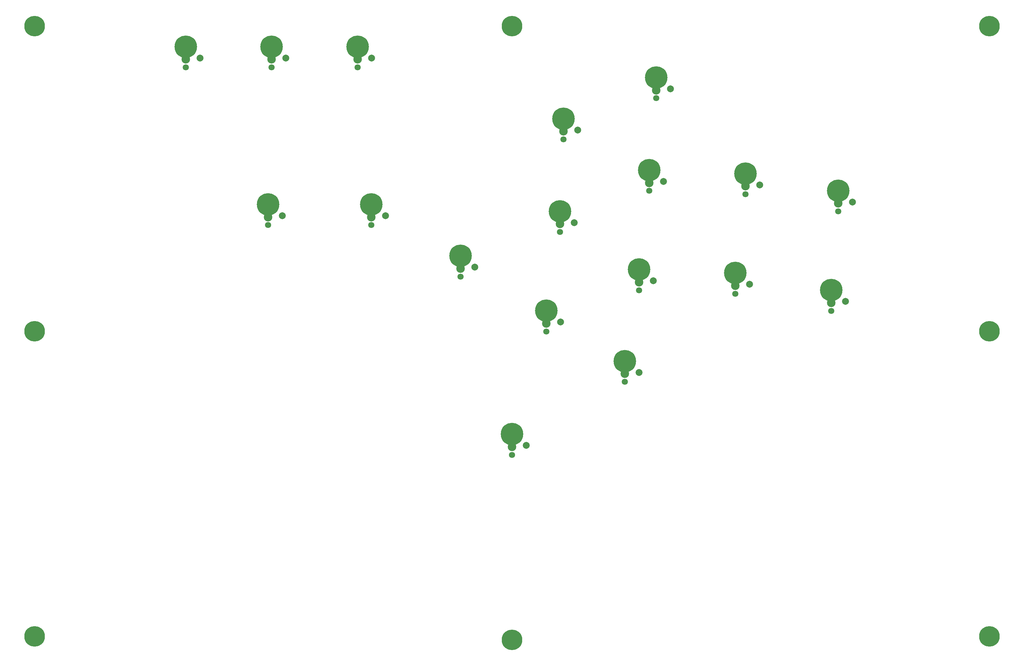
<source format=gbr>
%TF.GenerationSoftware,KiCad,Pcbnew,7.0.7*%
%TF.CreationDate,2023-09-16T00:44:10+09:00*%
%TF.ProjectId,StickLess,53746963-6b4c-4657-9373-2e6b69636164,rev?*%
%TF.SameCoordinates,Original*%
%TF.FileFunction,Soldermask,Bot*%
%TF.FilePolarity,Negative*%
%FSLAX46Y46*%
G04 Gerber Fmt 4.6, Leading zero omitted, Abs format (unit mm)*
G04 Created by KiCad (PCBNEW 7.0.7) date 2023-09-16 00:44:10*
%MOMM*%
%LPD*%
G01*
G04 APERTURE LIST*
%ADD10C,6.000000*%
%ADD11C,6.550000*%
%ADD12C,2.500000*%
%ADD13C,1.800000*%
%ADD14C,2.000000*%
G04 APERTURE END LIST*
D10*
%TO.C,H3*%
X16000000Y-194000000D03*
%TD*%
%TO.C,H8*%
X294000000Y-194000000D03*
%TD*%
%TO.C,H4*%
X155000000Y-16000000D03*
%TD*%
%TO.C,H5*%
X155000000Y-195000000D03*
%TD*%
%TO.C,H7*%
X294000000Y-16000000D03*
%TD*%
D11*
%TO.C,B1(A)1*%
X165000000Y-99000000D03*
D12*
X165000000Y-102700000D03*
D13*
X165000000Y-105050000D03*
D14*
X169130000Y-102300000D03*
%TD*%
D11*
%TO.C,LEFT1*%
X84000000Y-68000000D03*
D12*
X84000000Y-71700000D03*
D13*
X84000000Y-74050000D03*
D14*
X88130000Y-71300000D03*
%TD*%
D10*
%TO.C,H2*%
X16000000Y-105000000D03*
%TD*%
D11*
%TO.C,RIGHT1*%
X140000000Y-83000000D03*
D12*
X140000000Y-86700000D03*
D13*
X140000000Y-89050000D03*
D14*
X144130000Y-86300000D03*
%TD*%
D11*
%TO.C,L1(L)1*%
X220000000Y-88000000D03*
D12*
X220000000Y-91700000D03*
D13*
X220000000Y-94050000D03*
D14*
X224130000Y-91300000D03*
%TD*%
D10*
%TO.C,H1*%
X16000000Y-16000000D03*
%TD*%
D11*
%TO.C,B2(B)1*%
X192000000Y-87000000D03*
D12*
X192000000Y-90700000D03*
D13*
X192000000Y-93050000D03*
D14*
X196130000Y-90300000D03*
%TD*%
D11*
%TO.C,S2(START)1*%
X110000000Y-22000000D03*
D12*
X110000000Y-25700000D03*
D13*
X110000000Y-28050000D03*
D14*
X114130000Y-25300000D03*
%TD*%
D10*
%TO.C,H6*%
X294000000Y-105000000D03*
%TD*%
D11*
%TO.C,L2(LB)1*%
X223010000Y-59000000D03*
D12*
X223010000Y-62700000D03*
D13*
X223010000Y-65050000D03*
D14*
X227140000Y-62300000D03*
%TD*%
D11*
%TO.C,DOWN1*%
X114000000Y-68000000D03*
D12*
X114000000Y-71700000D03*
D13*
X114000000Y-74050000D03*
D14*
X118130000Y-71300000D03*
%TD*%
D11*
%TO.C,S1(BACK)1*%
X170000000Y-43000000D03*
D12*
X170000000Y-46700000D03*
D13*
X170000000Y-49050000D03*
D14*
X174130000Y-46300000D03*
%TD*%
D11*
%TO.C,A2(CAPTURE)1*%
X60000000Y-22000000D03*
D12*
X60000000Y-25700000D03*
D13*
X60000000Y-28050000D03*
D14*
X64130000Y-25300000D03*
%TD*%
D11*
%TO.C,B4(Y)1*%
X195000000Y-58000000D03*
D12*
X195000000Y-61700000D03*
D13*
X195000000Y-64050000D03*
D14*
X199130000Y-61300000D03*
%TD*%
D11*
%TO.C,UP1*%
X155000000Y-135000000D03*
D12*
X155000000Y-138700000D03*
D13*
X155000000Y-141050000D03*
D14*
X159130000Y-138300000D03*
%TD*%
D11*
%TO.C,R3(RS)1*%
X197000000Y-31000000D03*
D12*
X197000000Y-34700000D03*
D13*
X197000000Y-37050000D03*
D14*
X201130000Y-34300000D03*
%TD*%
D11*
%TO.C,R1(R)1*%
X248000000Y-93000000D03*
D12*
X248000000Y-96700000D03*
D13*
X248000000Y-99050000D03*
D14*
X252130000Y-96300000D03*
%TD*%
D11*
%TO.C,A1(GUIDE)1*%
X85000000Y-22000000D03*
D12*
X85000000Y-25700000D03*
D13*
X85000000Y-28050000D03*
D14*
X89130000Y-25300000D03*
%TD*%
D11*
%TO.C,L3(LS)1*%
X187870000Y-113700000D03*
D12*
X187870000Y-117400000D03*
D13*
X187870000Y-119750000D03*
D14*
X192000000Y-117000000D03*
%TD*%
D11*
%TO.C,R2(RB)1*%
X250000000Y-64000000D03*
D12*
X250000000Y-67700000D03*
D13*
X250000000Y-70050000D03*
D14*
X254130000Y-67300000D03*
%TD*%
D11*
%TO.C,B3(X)1*%
X169000000Y-70000000D03*
D12*
X169000000Y-73700000D03*
D13*
X169000000Y-76050000D03*
D14*
X173130000Y-73300000D03*
%TD*%
M02*

</source>
